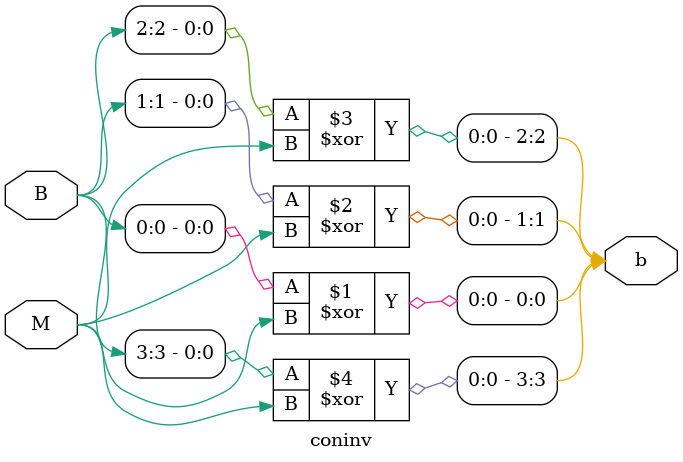
<source format=v>
`timescale 1ns / 1ps

module coninv(B, M, b);
input [3:0]B;
input M;
output [3:0]b;

xor X0(b[0], B[0], M);
xor X1(b[1], B[1], M);
xor X2(b[2], B[2], M);
xor X3(b[3], B[3], M);

endmodule

</source>
